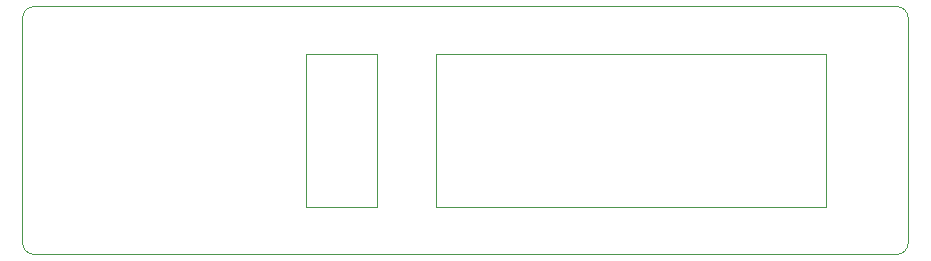
<source format=gm1>
G04 #@! TF.GenerationSoftware,KiCad,Pcbnew,(5.1.2)-1*
G04 #@! TF.CreationDate,2021-02-27T11:55:12+09:00*
G04 #@! TF.ProjectId,es_front,65735f66-726f-46e7-942e-6b696361645f,v1.2*
G04 #@! TF.SameCoordinates,Original*
G04 #@! TF.FileFunction,Profile,NP*
%FSLAX46Y46*%
G04 Gerber Fmt 4.6, Leading zero omitted, Abs format (unit mm)*
G04 Created by KiCad (PCBNEW (5.1.2)-1) date 2021-02-27 11:55:12*
%MOMM*%
%LPD*%
G04 APERTURE LIST*
%ADD10C,0.050000*%
G04 APERTURE END LIST*
D10*
X170000000Y-93000000D02*
X203000000Y-93000000D01*
X170000000Y-80000000D02*
X203000000Y-80000000D01*
X159000000Y-80000000D02*
X165000000Y-80000000D01*
X165000000Y-93000000D02*
X159000000Y-93000000D01*
X170000000Y-93000000D02*
X170000000Y-80000000D01*
X165000000Y-80000000D02*
X165000000Y-93000000D01*
X159000000Y-80000000D02*
X159000000Y-93000000D01*
X209000000Y-76000000D02*
X136000000Y-76000000D01*
X209000000Y-97000000D02*
X136000000Y-97000000D01*
X203000000Y-80000000D02*
X203000000Y-93000000D01*
X209000000Y-76000000D02*
G75*
G02X210000000Y-77000000I0J-1000000D01*
G01*
X210000000Y-96000000D02*
G75*
G02X209000000Y-97000000I-1000000J0D01*
G01*
X136000000Y-97000000D02*
G75*
G02X135000000Y-96000000I0J1000000D01*
G01*
X135000000Y-77000000D02*
G75*
G02X136000000Y-76000000I1000000J0D01*
G01*
X210000000Y-77000000D02*
X210000000Y-96000000D01*
X135000000Y-77000000D02*
X135000000Y-96000000D01*
M02*

</source>
